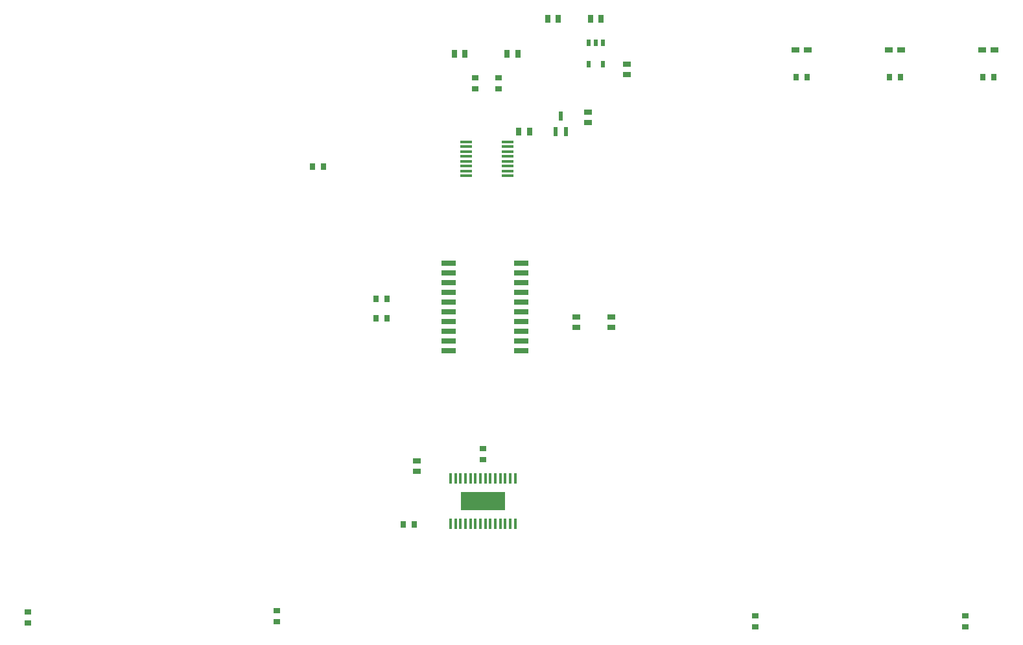
<source format=gbr>
%TF.GenerationSoftware,KiCad,Pcbnew,7.0.10*%
%TF.CreationDate,2024-06-15T10:18:46+01:00*%
%TF.ProjectId,buran,62757261-6e2e-46b6-9963-61645f706362,rev?*%
%TF.SameCoordinates,Original*%
%TF.FileFunction,Paste,Top*%
%TF.FilePolarity,Positive*%
%FSLAX46Y46*%
G04 Gerber Fmt 4.6, Leading zero omitted, Abs format (unit mm)*
G04 Created by KiCad (PCBNEW 7.0.10) date 2024-06-15 10:18:46*
%MOMM*%
%LPD*%
G01*
G04 APERTURE LIST*
%ADD10R,0.900000X0.650000*%
%ADD11R,1.526000X0.435000*%
%ADD12R,0.650000X0.900000*%
%ADD13R,1.100000X0.650000*%
%ADD14R,0.450000X1.475000*%
%ADD15R,5.750000X2.450000*%
%ADD16R,0.980000X0.780000*%
%ADD17R,1.925000X0.650000*%
%ADD18R,0.780000X0.980000*%
%ADD19R,0.550000X1.150000*%
%ADD20R,0.600000X0.900000*%
G04 APERTURE END LIST*
D10*
%TO.C,R6*%
X160020000Y-105955000D03*
X160020000Y-107405000D03*
%TD*%
D11*
%TO.C,IC4*%
X122256000Y-44006000D03*
X122256000Y-44640000D03*
X122256000Y-45276000D03*
X122256000Y-45910000D03*
X122256000Y-46546000D03*
X122256000Y-47180000D03*
X122256000Y-47816000D03*
X122256000Y-48450000D03*
X127680000Y-48450000D03*
X127680000Y-47816000D03*
X127680000Y-47180000D03*
X127680000Y-46546000D03*
X127680000Y-45910000D03*
X127680000Y-45276000D03*
X127680000Y-44640000D03*
X127680000Y-44006000D03*
%TD*%
D12*
%TO.C,R2*%
X179033000Y-35560000D03*
X177583000Y-35560000D03*
%TD*%
D13*
%TO.C,LED_MCU_1*%
X177508000Y-32004000D03*
X179108000Y-32004000D03*
%TD*%
D10*
%TO.C,R7*%
X187452000Y-105955000D03*
X187452000Y-107405000D03*
%TD*%
D14*
%TO.C,IC3*%
X120235000Y-93870000D03*
X120885000Y-93870000D03*
X121535000Y-93870000D03*
X122185000Y-93870000D03*
X122835000Y-93870000D03*
X123485000Y-93870000D03*
X124135000Y-93870000D03*
X124785000Y-93870000D03*
X125435000Y-93870000D03*
X126085000Y-93870000D03*
X126735000Y-93870000D03*
X127385000Y-93870000D03*
X128035000Y-93870000D03*
X128685000Y-93870000D03*
X128685000Y-87994000D03*
X128035000Y-87994000D03*
X127385000Y-87994000D03*
X126735000Y-87994000D03*
X126085000Y-87994000D03*
X125435000Y-87994000D03*
X124785000Y-87994000D03*
X124135000Y-87994000D03*
X123485000Y-87994000D03*
X122835000Y-87994000D03*
X122185000Y-87994000D03*
X121535000Y-87994000D03*
X120885000Y-87994000D03*
X120235000Y-87994000D03*
D15*
X124460000Y-90932000D03*
%TD*%
D10*
%TO.C,R10*%
X123444000Y-35634000D03*
X123444000Y-37084000D03*
%TD*%
D16*
%TO.C,C3*%
X138176000Y-41532000D03*
X138176000Y-40132000D03*
%TD*%
D10*
%TO.C,R5*%
X97536000Y-105230000D03*
X97536000Y-106680000D03*
%TD*%
%TO.C,R4*%
X65024000Y-105447000D03*
X65024000Y-106897000D03*
%TD*%
%TO.C,R9*%
X126492000Y-35634000D03*
X126492000Y-37084000D03*
%TD*%
D17*
%TO.C,IC5*%
X120000000Y-59840000D03*
X120000000Y-61110000D03*
X120000000Y-62380000D03*
X120000000Y-63650000D03*
X120000000Y-64920000D03*
X120000000Y-66190000D03*
X120000000Y-67460000D03*
X120000000Y-68730000D03*
X120000000Y-70000000D03*
X120000000Y-71270000D03*
X129424000Y-71270000D03*
X129424000Y-70000000D03*
X129424000Y-68730000D03*
X129424000Y-67460000D03*
X129424000Y-66190000D03*
X129424000Y-64920000D03*
X129424000Y-63650000D03*
X129424000Y-62380000D03*
X129424000Y-61110000D03*
X129424000Y-59840000D03*
%TD*%
D10*
%TO.C,R11*%
X124460000Y-85561000D03*
X124460000Y-84111000D03*
%TD*%
D16*
%TO.C,C2*%
X143256000Y-35244000D03*
X143256000Y-33844000D03*
%TD*%
%TO.C,C7*%
X115824000Y-87060000D03*
X115824000Y-85660000D03*
%TD*%
D12*
%TO.C,R1*%
X166841000Y-35560000D03*
X165391000Y-35560000D03*
%TD*%
D18*
%TO.C,C4*%
X129032000Y-32512000D03*
X127632000Y-32512000D03*
%TD*%
D12*
%TO.C,R13*%
X111977000Y-67056000D03*
X110527000Y-67056000D03*
%TD*%
%TO.C,R12*%
X111977000Y-64516000D03*
X110527000Y-64516000D03*
%TD*%
%TO.C,R3*%
X191225000Y-35560000D03*
X189775000Y-35560000D03*
%TD*%
%TO.C,R14*%
X102199637Y-47244000D03*
X103649637Y-47244000D03*
%TD*%
D19*
%TO.C,IC2*%
X133970000Y-42656000D03*
X135270000Y-42656000D03*
X134620000Y-40656000D03*
%TD*%
D13*
%TO.C,LED_MCU_2*%
X189700000Y-32004000D03*
X191300000Y-32004000D03*
%TD*%
D12*
%TO.C,R8*%
X114083000Y-93980000D03*
X115533000Y-93980000D03*
%TD*%
D16*
%TO.C,C9*%
X136652000Y-68264000D03*
X136652000Y-66864000D03*
%TD*%
D20*
%TO.C,IC1*%
X140142000Y-31112000D03*
X139192000Y-31112000D03*
X138242000Y-31112000D03*
X138242000Y-33912000D03*
X140142000Y-33912000D03*
%TD*%
D18*
%TO.C,C6*%
X132904000Y-27940000D03*
X134304000Y-27940000D03*
%TD*%
%TO.C,C8*%
X129156000Y-42672000D03*
X130556000Y-42672000D03*
%TD*%
%TO.C,C1*%
X139892000Y-27940000D03*
X138492000Y-27940000D03*
%TD*%
%TO.C,C5*%
X120712000Y-32512000D03*
X122112000Y-32512000D03*
%TD*%
D16*
%TO.C,C10*%
X141224000Y-68264000D03*
X141224000Y-66864000D03*
%TD*%
D13*
%TO.C,LED_POWER1*%
X165316000Y-32004000D03*
X166916000Y-32004000D03*
%TD*%
M02*

</source>
